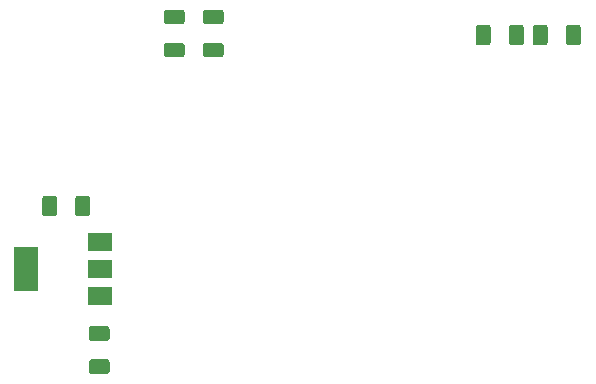
<source format=gtp>
G04 #@! TF.GenerationSoftware,KiCad,Pcbnew,5.1.2-f72e74a~84~ubuntu18.04.1*
G04 #@! TF.CreationDate,2019-08-10T09:51:38+02:00*
G04 #@! TF.ProjectId,RPI_Peripheral_Expander,5250495f-5065-4726-9970-686572616c5f,rev?*
G04 #@! TF.SameCoordinates,Original*
G04 #@! TF.FileFunction,Paste,Top*
G04 #@! TF.FilePolarity,Positive*
%FSLAX46Y46*%
G04 Gerber Fmt 4.6, Leading zero omitted, Abs format (unit mm)*
G04 Created by KiCad (PCBNEW 5.1.2-f72e74a~84~ubuntu18.04.1) date 2019-08-10 09:51:38*
%MOMM*%
%LPD*%
G04 APERTURE LIST*
%ADD10C,0.150000*%
%ADD11C,1.250000*%
%ADD12R,2.000000X3.800000*%
%ADD13R,2.000000X1.500000*%
G04 APERTURE END LIST*
D10*
G36*
X221611504Y-124742204D02*
G01*
X221635773Y-124745804D01*
X221659571Y-124751765D01*
X221682671Y-124760030D01*
X221704849Y-124770520D01*
X221725893Y-124783133D01*
X221745598Y-124797747D01*
X221763777Y-124814223D01*
X221780253Y-124832402D01*
X221794867Y-124852107D01*
X221807480Y-124873151D01*
X221817970Y-124895329D01*
X221826235Y-124918429D01*
X221832196Y-124942227D01*
X221835796Y-124966496D01*
X221837000Y-124991000D01*
X221837000Y-126241000D01*
X221835796Y-126265504D01*
X221832196Y-126289773D01*
X221826235Y-126313571D01*
X221817970Y-126336671D01*
X221807480Y-126358849D01*
X221794867Y-126379893D01*
X221780253Y-126399598D01*
X221763777Y-126417777D01*
X221745598Y-126434253D01*
X221725893Y-126448867D01*
X221704849Y-126461480D01*
X221682671Y-126471970D01*
X221659571Y-126480235D01*
X221635773Y-126486196D01*
X221611504Y-126489796D01*
X221587000Y-126491000D01*
X220837000Y-126491000D01*
X220812496Y-126489796D01*
X220788227Y-126486196D01*
X220764429Y-126480235D01*
X220741329Y-126471970D01*
X220719151Y-126461480D01*
X220698107Y-126448867D01*
X220678402Y-126434253D01*
X220660223Y-126417777D01*
X220643747Y-126399598D01*
X220629133Y-126379893D01*
X220616520Y-126358849D01*
X220606030Y-126336671D01*
X220597765Y-126313571D01*
X220591804Y-126289773D01*
X220588204Y-126265504D01*
X220587000Y-126241000D01*
X220587000Y-124991000D01*
X220588204Y-124966496D01*
X220591804Y-124942227D01*
X220597765Y-124918429D01*
X220606030Y-124895329D01*
X220616520Y-124873151D01*
X220629133Y-124852107D01*
X220643747Y-124832402D01*
X220660223Y-124814223D01*
X220678402Y-124797747D01*
X220698107Y-124783133D01*
X220719151Y-124770520D01*
X220741329Y-124760030D01*
X220764429Y-124751765D01*
X220788227Y-124745804D01*
X220812496Y-124742204D01*
X220837000Y-124741000D01*
X221587000Y-124741000D01*
X221611504Y-124742204D01*
X221611504Y-124742204D01*
G37*
D11*
X221212000Y-125616000D03*
D10*
G36*
X218811504Y-124742204D02*
G01*
X218835773Y-124745804D01*
X218859571Y-124751765D01*
X218882671Y-124760030D01*
X218904849Y-124770520D01*
X218925893Y-124783133D01*
X218945598Y-124797747D01*
X218963777Y-124814223D01*
X218980253Y-124832402D01*
X218994867Y-124852107D01*
X219007480Y-124873151D01*
X219017970Y-124895329D01*
X219026235Y-124918429D01*
X219032196Y-124942227D01*
X219035796Y-124966496D01*
X219037000Y-124991000D01*
X219037000Y-126241000D01*
X219035796Y-126265504D01*
X219032196Y-126289773D01*
X219026235Y-126313571D01*
X219017970Y-126336671D01*
X219007480Y-126358849D01*
X218994867Y-126379893D01*
X218980253Y-126399598D01*
X218963777Y-126417777D01*
X218945598Y-126434253D01*
X218925893Y-126448867D01*
X218904849Y-126461480D01*
X218882671Y-126471970D01*
X218859571Y-126480235D01*
X218835773Y-126486196D01*
X218811504Y-126489796D01*
X218787000Y-126491000D01*
X218037000Y-126491000D01*
X218012496Y-126489796D01*
X217988227Y-126486196D01*
X217964429Y-126480235D01*
X217941329Y-126471970D01*
X217919151Y-126461480D01*
X217898107Y-126448867D01*
X217878402Y-126434253D01*
X217860223Y-126417777D01*
X217843747Y-126399598D01*
X217829133Y-126379893D01*
X217816520Y-126358849D01*
X217806030Y-126336671D01*
X217797765Y-126313571D01*
X217791804Y-126289773D01*
X217788204Y-126265504D01*
X217787000Y-126241000D01*
X217787000Y-124991000D01*
X217788204Y-124966496D01*
X217791804Y-124942227D01*
X217797765Y-124918429D01*
X217806030Y-124895329D01*
X217816520Y-124873151D01*
X217829133Y-124852107D01*
X217843747Y-124832402D01*
X217860223Y-124814223D01*
X217878402Y-124797747D01*
X217898107Y-124783133D01*
X217919151Y-124770520D01*
X217941329Y-124760030D01*
X217964429Y-124751765D01*
X217988227Y-124745804D01*
X218012496Y-124742204D01*
X218037000Y-124741000D01*
X218787000Y-124741000D01*
X218811504Y-124742204D01*
X218811504Y-124742204D01*
G37*
D11*
X218412000Y-125616000D03*
D10*
G36*
X223255504Y-135784204D02*
G01*
X223279773Y-135787804D01*
X223303571Y-135793765D01*
X223326671Y-135802030D01*
X223348849Y-135812520D01*
X223369893Y-135825133D01*
X223389598Y-135839747D01*
X223407777Y-135856223D01*
X223424253Y-135874402D01*
X223438867Y-135894107D01*
X223451480Y-135915151D01*
X223461970Y-135937329D01*
X223470235Y-135960429D01*
X223476196Y-135984227D01*
X223479796Y-136008496D01*
X223481000Y-136033000D01*
X223481000Y-136783000D01*
X223479796Y-136807504D01*
X223476196Y-136831773D01*
X223470235Y-136855571D01*
X223461970Y-136878671D01*
X223451480Y-136900849D01*
X223438867Y-136921893D01*
X223424253Y-136941598D01*
X223407777Y-136959777D01*
X223389598Y-136976253D01*
X223369893Y-136990867D01*
X223348849Y-137003480D01*
X223326671Y-137013970D01*
X223303571Y-137022235D01*
X223279773Y-137028196D01*
X223255504Y-137031796D01*
X223231000Y-137033000D01*
X221981000Y-137033000D01*
X221956496Y-137031796D01*
X221932227Y-137028196D01*
X221908429Y-137022235D01*
X221885329Y-137013970D01*
X221863151Y-137003480D01*
X221842107Y-136990867D01*
X221822402Y-136976253D01*
X221804223Y-136959777D01*
X221787747Y-136941598D01*
X221773133Y-136921893D01*
X221760520Y-136900849D01*
X221750030Y-136878671D01*
X221741765Y-136855571D01*
X221735804Y-136831773D01*
X221732204Y-136807504D01*
X221731000Y-136783000D01*
X221731000Y-136033000D01*
X221732204Y-136008496D01*
X221735804Y-135984227D01*
X221741765Y-135960429D01*
X221750030Y-135937329D01*
X221760520Y-135915151D01*
X221773133Y-135894107D01*
X221787747Y-135874402D01*
X221804223Y-135856223D01*
X221822402Y-135839747D01*
X221842107Y-135825133D01*
X221863151Y-135812520D01*
X221885329Y-135802030D01*
X221908429Y-135793765D01*
X221932227Y-135787804D01*
X221956496Y-135784204D01*
X221981000Y-135783000D01*
X223231000Y-135783000D01*
X223255504Y-135784204D01*
X223255504Y-135784204D01*
G37*
D11*
X222606000Y-136408000D03*
D10*
G36*
X223255504Y-138584204D02*
G01*
X223279773Y-138587804D01*
X223303571Y-138593765D01*
X223326671Y-138602030D01*
X223348849Y-138612520D01*
X223369893Y-138625133D01*
X223389598Y-138639747D01*
X223407777Y-138656223D01*
X223424253Y-138674402D01*
X223438867Y-138694107D01*
X223451480Y-138715151D01*
X223461970Y-138737329D01*
X223470235Y-138760429D01*
X223476196Y-138784227D01*
X223479796Y-138808496D01*
X223481000Y-138833000D01*
X223481000Y-139583000D01*
X223479796Y-139607504D01*
X223476196Y-139631773D01*
X223470235Y-139655571D01*
X223461970Y-139678671D01*
X223451480Y-139700849D01*
X223438867Y-139721893D01*
X223424253Y-139741598D01*
X223407777Y-139759777D01*
X223389598Y-139776253D01*
X223369893Y-139790867D01*
X223348849Y-139803480D01*
X223326671Y-139813970D01*
X223303571Y-139822235D01*
X223279773Y-139828196D01*
X223255504Y-139831796D01*
X223231000Y-139833000D01*
X221981000Y-139833000D01*
X221956496Y-139831796D01*
X221932227Y-139828196D01*
X221908429Y-139822235D01*
X221885329Y-139813970D01*
X221863151Y-139803480D01*
X221842107Y-139790867D01*
X221822402Y-139776253D01*
X221804223Y-139759777D01*
X221787747Y-139741598D01*
X221773133Y-139721893D01*
X221760520Y-139700849D01*
X221750030Y-139678671D01*
X221741765Y-139655571D01*
X221735804Y-139631773D01*
X221732204Y-139607504D01*
X221731000Y-139583000D01*
X221731000Y-138833000D01*
X221732204Y-138808496D01*
X221735804Y-138784227D01*
X221741765Y-138760429D01*
X221750030Y-138737329D01*
X221760520Y-138715151D01*
X221773133Y-138694107D01*
X221787747Y-138674402D01*
X221804223Y-138656223D01*
X221822402Y-138639747D01*
X221842107Y-138625133D01*
X221863151Y-138612520D01*
X221885329Y-138602030D01*
X221908429Y-138593765D01*
X221932227Y-138587804D01*
X221956496Y-138584204D01*
X221981000Y-138583000D01*
X223231000Y-138583000D01*
X223255504Y-138584204D01*
X223255504Y-138584204D01*
G37*
D11*
X222606000Y-139208000D03*
D10*
G36*
X263143504Y-110264204D02*
G01*
X263167773Y-110267804D01*
X263191571Y-110273765D01*
X263214671Y-110282030D01*
X263236849Y-110292520D01*
X263257893Y-110305133D01*
X263277598Y-110319747D01*
X263295777Y-110336223D01*
X263312253Y-110354402D01*
X263326867Y-110374107D01*
X263339480Y-110395151D01*
X263349970Y-110417329D01*
X263358235Y-110440429D01*
X263364196Y-110464227D01*
X263367796Y-110488496D01*
X263369000Y-110513000D01*
X263369000Y-111763000D01*
X263367796Y-111787504D01*
X263364196Y-111811773D01*
X263358235Y-111835571D01*
X263349970Y-111858671D01*
X263339480Y-111880849D01*
X263326867Y-111901893D01*
X263312253Y-111921598D01*
X263295777Y-111939777D01*
X263277598Y-111956253D01*
X263257893Y-111970867D01*
X263236849Y-111983480D01*
X263214671Y-111993970D01*
X263191571Y-112002235D01*
X263167773Y-112008196D01*
X263143504Y-112011796D01*
X263119000Y-112013000D01*
X262369000Y-112013000D01*
X262344496Y-112011796D01*
X262320227Y-112008196D01*
X262296429Y-112002235D01*
X262273329Y-111993970D01*
X262251151Y-111983480D01*
X262230107Y-111970867D01*
X262210402Y-111956253D01*
X262192223Y-111939777D01*
X262175747Y-111921598D01*
X262161133Y-111901893D01*
X262148520Y-111880849D01*
X262138030Y-111858671D01*
X262129765Y-111835571D01*
X262123804Y-111811773D01*
X262120204Y-111787504D01*
X262119000Y-111763000D01*
X262119000Y-110513000D01*
X262120204Y-110488496D01*
X262123804Y-110464227D01*
X262129765Y-110440429D01*
X262138030Y-110417329D01*
X262148520Y-110395151D01*
X262161133Y-110374107D01*
X262175747Y-110354402D01*
X262192223Y-110336223D01*
X262210402Y-110319747D01*
X262230107Y-110305133D01*
X262251151Y-110292520D01*
X262273329Y-110282030D01*
X262296429Y-110273765D01*
X262320227Y-110267804D01*
X262344496Y-110264204D01*
X262369000Y-110263000D01*
X263119000Y-110263000D01*
X263143504Y-110264204D01*
X263143504Y-110264204D01*
G37*
D11*
X262744000Y-111138000D03*
D10*
G36*
X260343504Y-110264204D02*
G01*
X260367773Y-110267804D01*
X260391571Y-110273765D01*
X260414671Y-110282030D01*
X260436849Y-110292520D01*
X260457893Y-110305133D01*
X260477598Y-110319747D01*
X260495777Y-110336223D01*
X260512253Y-110354402D01*
X260526867Y-110374107D01*
X260539480Y-110395151D01*
X260549970Y-110417329D01*
X260558235Y-110440429D01*
X260564196Y-110464227D01*
X260567796Y-110488496D01*
X260569000Y-110513000D01*
X260569000Y-111763000D01*
X260567796Y-111787504D01*
X260564196Y-111811773D01*
X260558235Y-111835571D01*
X260549970Y-111858671D01*
X260539480Y-111880849D01*
X260526867Y-111901893D01*
X260512253Y-111921598D01*
X260495777Y-111939777D01*
X260477598Y-111956253D01*
X260457893Y-111970867D01*
X260436849Y-111983480D01*
X260414671Y-111993970D01*
X260391571Y-112002235D01*
X260367773Y-112008196D01*
X260343504Y-112011796D01*
X260319000Y-112013000D01*
X259569000Y-112013000D01*
X259544496Y-112011796D01*
X259520227Y-112008196D01*
X259496429Y-112002235D01*
X259473329Y-111993970D01*
X259451151Y-111983480D01*
X259430107Y-111970867D01*
X259410402Y-111956253D01*
X259392223Y-111939777D01*
X259375747Y-111921598D01*
X259361133Y-111901893D01*
X259348520Y-111880849D01*
X259338030Y-111858671D01*
X259329765Y-111835571D01*
X259323804Y-111811773D01*
X259320204Y-111787504D01*
X259319000Y-111763000D01*
X259319000Y-110513000D01*
X259320204Y-110488496D01*
X259323804Y-110464227D01*
X259329765Y-110440429D01*
X259338030Y-110417329D01*
X259348520Y-110395151D01*
X259361133Y-110374107D01*
X259375747Y-110354402D01*
X259392223Y-110336223D01*
X259410402Y-110319747D01*
X259430107Y-110305133D01*
X259451151Y-110292520D01*
X259473329Y-110282030D01*
X259496429Y-110273765D01*
X259520227Y-110267804D01*
X259544496Y-110264204D01*
X259569000Y-110263000D01*
X260319000Y-110263000D01*
X260343504Y-110264204D01*
X260343504Y-110264204D01*
G37*
D11*
X259944000Y-111138000D03*
D10*
G36*
X229605504Y-108984204D02*
G01*
X229629773Y-108987804D01*
X229653571Y-108993765D01*
X229676671Y-109002030D01*
X229698849Y-109012520D01*
X229719893Y-109025133D01*
X229739598Y-109039747D01*
X229757777Y-109056223D01*
X229774253Y-109074402D01*
X229788867Y-109094107D01*
X229801480Y-109115151D01*
X229811970Y-109137329D01*
X229820235Y-109160429D01*
X229826196Y-109184227D01*
X229829796Y-109208496D01*
X229831000Y-109233000D01*
X229831000Y-109983000D01*
X229829796Y-110007504D01*
X229826196Y-110031773D01*
X229820235Y-110055571D01*
X229811970Y-110078671D01*
X229801480Y-110100849D01*
X229788867Y-110121893D01*
X229774253Y-110141598D01*
X229757777Y-110159777D01*
X229739598Y-110176253D01*
X229719893Y-110190867D01*
X229698849Y-110203480D01*
X229676671Y-110213970D01*
X229653571Y-110222235D01*
X229629773Y-110228196D01*
X229605504Y-110231796D01*
X229581000Y-110233000D01*
X228331000Y-110233000D01*
X228306496Y-110231796D01*
X228282227Y-110228196D01*
X228258429Y-110222235D01*
X228235329Y-110213970D01*
X228213151Y-110203480D01*
X228192107Y-110190867D01*
X228172402Y-110176253D01*
X228154223Y-110159777D01*
X228137747Y-110141598D01*
X228123133Y-110121893D01*
X228110520Y-110100849D01*
X228100030Y-110078671D01*
X228091765Y-110055571D01*
X228085804Y-110031773D01*
X228082204Y-110007504D01*
X228081000Y-109983000D01*
X228081000Y-109233000D01*
X228082204Y-109208496D01*
X228085804Y-109184227D01*
X228091765Y-109160429D01*
X228100030Y-109137329D01*
X228110520Y-109115151D01*
X228123133Y-109094107D01*
X228137747Y-109074402D01*
X228154223Y-109056223D01*
X228172402Y-109039747D01*
X228192107Y-109025133D01*
X228213151Y-109012520D01*
X228235329Y-109002030D01*
X228258429Y-108993765D01*
X228282227Y-108987804D01*
X228306496Y-108984204D01*
X228331000Y-108983000D01*
X229581000Y-108983000D01*
X229605504Y-108984204D01*
X229605504Y-108984204D01*
G37*
D11*
X228956000Y-109608000D03*
D10*
G36*
X229605504Y-111784204D02*
G01*
X229629773Y-111787804D01*
X229653571Y-111793765D01*
X229676671Y-111802030D01*
X229698849Y-111812520D01*
X229719893Y-111825133D01*
X229739598Y-111839747D01*
X229757777Y-111856223D01*
X229774253Y-111874402D01*
X229788867Y-111894107D01*
X229801480Y-111915151D01*
X229811970Y-111937329D01*
X229820235Y-111960429D01*
X229826196Y-111984227D01*
X229829796Y-112008496D01*
X229831000Y-112033000D01*
X229831000Y-112783000D01*
X229829796Y-112807504D01*
X229826196Y-112831773D01*
X229820235Y-112855571D01*
X229811970Y-112878671D01*
X229801480Y-112900849D01*
X229788867Y-112921893D01*
X229774253Y-112941598D01*
X229757777Y-112959777D01*
X229739598Y-112976253D01*
X229719893Y-112990867D01*
X229698849Y-113003480D01*
X229676671Y-113013970D01*
X229653571Y-113022235D01*
X229629773Y-113028196D01*
X229605504Y-113031796D01*
X229581000Y-113033000D01*
X228331000Y-113033000D01*
X228306496Y-113031796D01*
X228282227Y-113028196D01*
X228258429Y-113022235D01*
X228235329Y-113013970D01*
X228213151Y-113003480D01*
X228192107Y-112990867D01*
X228172402Y-112976253D01*
X228154223Y-112959777D01*
X228137747Y-112941598D01*
X228123133Y-112921893D01*
X228110520Y-112900849D01*
X228100030Y-112878671D01*
X228091765Y-112855571D01*
X228085804Y-112831773D01*
X228082204Y-112807504D01*
X228081000Y-112783000D01*
X228081000Y-112033000D01*
X228082204Y-112008496D01*
X228085804Y-111984227D01*
X228091765Y-111960429D01*
X228100030Y-111937329D01*
X228110520Y-111915151D01*
X228123133Y-111894107D01*
X228137747Y-111874402D01*
X228154223Y-111856223D01*
X228172402Y-111839747D01*
X228192107Y-111825133D01*
X228213151Y-111812520D01*
X228235329Y-111802030D01*
X228258429Y-111793765D01*
X228282227Y-111787804D01*
X228306496Y-111784204D01*
X228331000Y-111783000D01*
X229581000Y-111783000D01*
X229605504Y-111784204D01*
X229605504Y-111784204D01*
G37*
D11*
X228956000Y-112408000D03*
D10*
G36*
X232907504Y-111784204D02*
G01*
X232931773Y-111787804D01*
X232955571Y-111793765D01*
X232978671Y-111802030D01*
X233000849Y-111812520D01*
X233021893Y-111825133D01*
X233041598Y-111839747D01*
X233059777Y-111856223D01*
X233076253Y-111874402D01*
X233090867Y-111894107D01*
X233103480Y-111915151D01*
X233113970Y-111937329D01*
X233122235Y-111960429D01*
X233128196Y-111984227D01*
X233131796Y-112008496D01*
X233133000Y-112033000D01*
X233133000Y-112783000D01*
X233131796Y-112807504D01*
X233128196Y-112831773D01*
X233122235Y-112855571D01*
X233113970Y-112878671D01*
X233103480Y-112900849D01*
X233090867Y-112921893D01*
X233076253Y-112941598D01*
X233059777Y-112959777D01*
X233041598Y-112976253D01*
X233021893Y-112990867D01*
X233000849Y-113003480D01*
X232978671Y-113013970D01*
X232955571Y-113022235D01*
X232931773Y-113028196D01*
X232907504Y-113031796D01*
X232883000Y-113033000D01*
X231633000Y-113033000D01*
X231608496Y-113031796D01*
X231584227Y-113028196D01*
X231560429Y-113022235D01*
X231537329Y-113013970D01*
X231515151Y-113003480D01*
X231494107Y-112990867D01*
X231474402Y-112976253D01*
X231456223Y-112959777D01*
X231439747Y-112941598D01*
X231425133Y-112921893D01*
X231412520Y-112900849D01*
X231402030Y-112878671D01*
X231393765Y-112855571D01*
X231387804Y-112831773D01*
X231384204Y-112807504D01*
X231383000Y-112783000D01*
X231383000Y-112033000D01*
X231384204Y-112008496D01*
X231387804Y-111984227D01*
X231393765Y-111960429D01*
X231402030Y-111937329D01*
X231412520Y-111915151D01*
X231425133Y-111894107D01*
X231439747Y-111874402D01*
X231456223Y-111856223D01*
X231474402Y-111839747D01*
X231494107Y-111825133D01*
X231515151Y-111812520D01*
X231537329Y-111802030D01*
X231560429Y-111793765D01*
X231584227Y-111787804D01*
X231608496Y-111784204D01*
X231633000Y-111783000D01*
X232883000Y-111783000D01*
X232907504Y-111784204D01*
X232907504Y-111784204D01*
G37*
D11*
X232258000Y-112408000D03*
D10*
G36*
X232907504Y-108984204D02*
G01*
X232931773Y-108987804D01*
X232955571Y-108993765D01*
X232978671Y-109002030D01*
X233000849Y-109012520D01*
X233021893Y-109025133D01*
X233041598Y-109039747D01*
X233059777Y-109056223D01*
X233076253Y-109074402D01*
X233090867Y-109094107D01*
X233103480Y-109115151D01*
X233113970Y-109137329D01*
X233122235Y-109160429D01*
X233128196Y-109184227D01*
X233131796Y-109208496D01*
X233133000Y-109233000D01*
X233133000Y-109983000D01*
X233131796Y-110007504D01*
X233128196Y-110031773D01*
X233122235Y-110055571D01*
X233113970Y-110078671D01*
X233103480Y-110100849D01*
X233090867Y-110121893D01*
X233076253Y-110141598D01*
X233059777Y-110159777D01*
X233041598Y-110176253D01*
X233021893Y-110190867D01*
X233000849Y-110203480D01*
X232978671Y-110213970D01*
X232955571Y-110222235D01*
X232931773Y-110228196D01*
X232907504Y-110231796D01*
X232883000Y-110233000D01*
X231633000Y-110233000D01*
X231608496Y-110231796D01*
X231584227Y-110228196D01*
X231560429Y-110222235D01*
X231537329Y-110213970D01*
X231515151Y-110203480D01*
X231494107Y-110190867D01*
X231474402Y-110176253D01*
X231456223Y-110159777D01*
X231439747Y-110141598D01*
X231425133Y-110121893D01*
X231412520Y-110100849D01*
X231402030Y-110078671D01*
X231393765Y-110055571D01*
X231387804Y-110031773D01*
X231384204Y-110007504D01*
X231383000Y-109983000D01*
X231383000Y-109233000D01*
X231384204Y-109208496D01*
X231387804Y-109184227D01*
X231393765Y-109160429D01*
X231402030Y-109137329D01*
X231412520Y-109115151D01*
X231425133Y-109094107D01*
X231439747Y-109074402D01*
X231456223Y-109056223D01*
X231474402Y-109039747D01*
X231494107Y-109025133D01*
X231515151Y-109012520D01*
X231537329Y-109002030D01*
X231560429Y-108993765D01*
X231584227Y-108987804D01*
X231608496Y-108984204D01*
X231633000Y-108983000D01*
X232883000Y-108983000D01*
X232907504Y-108984204D01*
X232907504Y-108984204D01*
G37*
D11*
X232258000Y-109608000D03*
D10*
G36*
X258317504Y-110264204D02*
G01*
X258341773Y-110267804D01*
X258365571Y-110273765D01*
X258388671Y-110282030D01*
X258410849Y-110292520D01*
X258431893Y-110305133D01*
X258451598Y-110319747D01*
X258469777Y-110336223D01*
X258486253Y-110354402D01*
X258500867Y-110374107D01*
X258513480Y-110395151D01*
X258523970Y-110417329D01*
X258532235Y-110440429D01*
X258538196Y-110464227D01*
X258541796Y-110488496D01*
X258543000Y-110513000D01*
X258543000Y-111763000D01*
X258541796Y-111787504D01*
X258538196Y-111811773D01*
X258532235Y-111835571D01*
X258523970Y-111858671D01*
X258513480Y-111880849D01*
X258500867Y-111901893D01*
X258486253Y-111921598D01*
X258469777Y-111939777D01*
X258451598Y-111956253D01*
X258431893Y-111970867D01*
X258410849Y-111983480D01*
X258388671Y-111993970D01*
X258365571Y-112002235D01*
X258341773Y-112008196D01*
X258317504Y-112011796D01*
X258293000Y-112013000D01*
X257543000Y-112013000D01*
X257518496Y-112011796D01*
X257494227Y-112008196D01*
X257470429Y-112002235D01*
X257447329Y-111993970D01*
X257425151Y-111983480D01*
X257404107Y-111970867D01*
X257384402Y-111956253D01*
X257366223Y-111939777D01*
X257349747Y-111921598D01*
X257335133Y-111901893D01*
X257322520Y-111880849D01*
X257312030Y-111858671D01*
X257303765Y-111835571D01*
X257297804Y-111811773D01*
X257294204Y-111787504D01*
X257293000Y-111763000D01*
X257293000Y-110513000D01*
X257294204Y-110488496D01*
X257297804Y-110464227D01*
X257303765Y-110440429D01*
X257312030Y-110417329D01*
X257322520Y-110395151D01*
X257335133Y-110374107D01*
X257349747Y-110354402D01*
X257366223Y-110336223D01*
X257384402Y-110319747D01*
X257404107Y-110305133D01*
X257425151Y-110292520D01*
X257447329Y-110282030D01*
X257470429Y-110273765D01*
X257494227Y-110267804D01*
X257518496Y-110264204D01*
X257543000Y-110263000D01*
X258293000Y-110263000D01*
X258317504Y-110264204D01*
X258317504Y-110264204D01*
G37*
D11*
X257918000Y-111138000D03*
D10*
G36*
X255517504Y-110264204D02*
G01*
X255541773Y-110267804D01*
X255565571Y-110273765D01*
X255588671Y-110282030D01*
X255610849Y-110292520D01*
X255631893Y-110305133D01*
X255651598Y-110319747D01*
X255669777Y-110336223D01*
X255686253Y-110354402D01*
X255700867Y-110374107D01*
X255713480Y-110395151D01*
X255723970Y-110417329D01*
X255732235Y-110440429D01*
X255738196Y-110464227D01*
X255741796Y-110488496D01*
X255743000Y-110513000D01*
X255743000Y-111763000D01*
X255741796Y-111787504D01*
X255738196Y-111811773D01*
X255732235Y-111835571D01*
X255723970Y-111858671D01*
X255713480Y-111880849D01*
X255700867Y-111901893D01*
X255686253Y-111921598D01*
X255669777Y-111939777D01*
X255651598Y-111956253D01*
X255631893Y-111970867D01*
X255610849Y-111983480D01*
X255588671Y-111993970D01*
X255565571Y-112002235D01*
X255541773Y-112008196D01*
X255517504Y-112011796D01*
X255493000Y-112013000D01*
X254743000Y-112013000D01*
X254718496Y-112011796D01*
X254694227Y-112008196D01*
X254670429Y-112002235D01*
X254647329Y-111993970D01*
X254625151Y-111983480D01*
X254604107Y-111970867D01*
X254584402Y-111956253D01*
X254566223Y-111939777D01*
X254549747Y-111921598D01*
X254535133Y-111901893D01*
X254522520Y-111880849D01*
X254512030Y-111858671D01*
X254503765Y-111835571D01*
X254497804Y-111811773D01*
X254494204Y-111787504D01*
X254493000Y-111763000D01*
X254493000Y-110513000D01*
X254494204Y-110488496D01*
X254497804Y-110464227D01*
X254503765Y-110440429D01*
X254512030Y-110417329D01*
X254522520Y-110395151D01*
X254535133Y-110374107D01*
X254549747Y-110354402D01*
X254566223Y-110336223D01*
X254584402Y-110319747D01*
X254604107Y-110305133D01*
X254625151Y-110292520D01*
X254647329Y-110282030D01*
X254670429Y-110273765D01*
X254694227Y-110267804D01*
X254718496Y-110264204D01*
X254743000Y-110263000D01*
X255493000Y-110263000D01*
X255517504Y-110264204D01*
X255517504Y-110264204D01*
G37*
D11*
X255118000Y-111138000D03*
D12*
X216408000Y-130950000D03*
D13*
X222708000Y-130950000D03*
X222708000Y-128650000D03*
X222708000Y-133250000D03*
M02*

</source>
